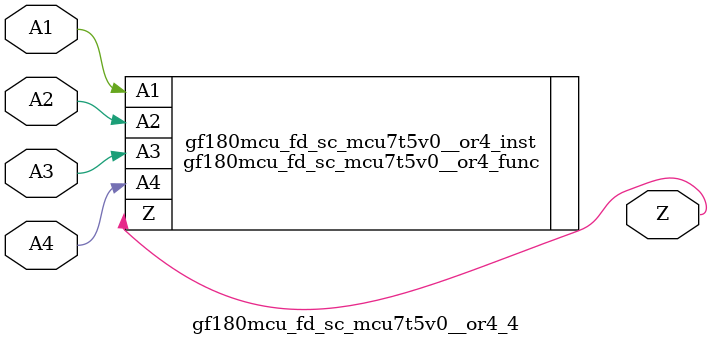
<source format=v>

`ifndef GF180MCU_FD_SC_MCU7T5V0__OR4_4_V
`define GF180MCU_FD_SC_MCU7T5V0__OR4_4_V

`include gf180mcu_fd_sc_mcu7t5v0__or4.v

`ifdef USE_POWER_PINS
module gf180mcu_fd_sc_mcu7t5v0__or4_4( A4, A3, A2, A1, Z, VDD, VSS );
inout VDD, VSS;
`else // If not USE_POWER_PINS
module gf180mcu_fd_sc_mcu7t5v0__or4_4( A4, A3, A2, A1, Z );
`endif // If not USE_POWER_PINS
input A1, A2, A3, A4;
output Z;

`ifdef USE_POWER_PINS
  gf180mcu_fd_sc_mcu7t5v0__or4_func gf180mcu_fd_sc_mcu7t5v0__or4_inst(.A4(A4),.A3(A3),.A2(A2),.A1(A1),.Z(Z),.VDD(VDD),.VSS(VSS));
`else // If not USE_POWER_PINS
  gf180mcu_fd_sc_mcu7t5v0__or4_func gf180mcu_fd_sc_mcu7t5v0__or4_inst(.A4(A4),.A3(A3),.A2(A2),.A1(A1),.Z(Z));
`endif // If not USE_POWER_PINS

`ifndef FUNCTIONAL
	// spec_gates_begin


	// spec_gates_end



   specify

	// specify_block_begin

	// comb arc A1 --> Z
	 (A1 => Z) = (1.0,1.0);

	// comb arc A2 --> Z
	 (A2 => Z) = (1.0,1.0);

	// comb arc A3 --> Z
	 (A3 => Z) = (1.0,1.0);

	// comb arc A4 --> Z
	 (A4 => Z) = (1.0,1.0);

	// specify_block_end

   endspecify

   `endif

endmodule
`endif

</source>
